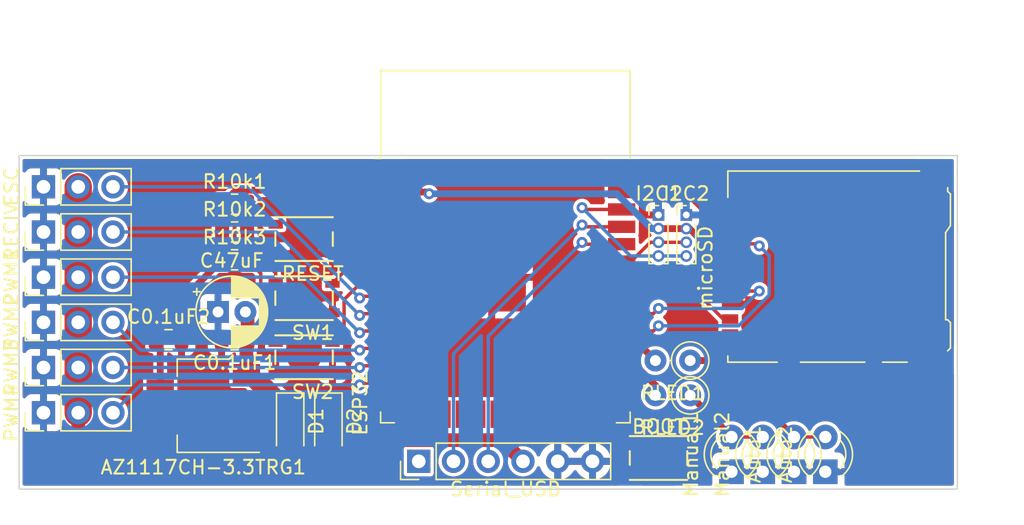
<source format=kicad_pcb>
(kicad_pcb (version 20211014) (generator pcbnew)
  (layers (0 "F.Cu" signal) (31 "B.Cu" signal) (34 "B.Paste" user) (35 "F.Paste" user) (36 "B.SilkS" user "B.Silkscreen") (37 "F.SilkS" user "F.Silkscreen") (38 "B.Mask" user) (39 "F.Mask" user) (44 "Edge.Cuts" user))
  (net 0 "")
  (net 1 "GND")
  (net 2 "Net-(AZ1117CH-3.3TRG1-Pad3)")
  (net 3 "+5V")
  (net 4 "VBUS")
  (net 5 "ESC")
  (net 6 "PWM1")
  (net 7 "PWM2")
  (net 8 "PWM3")
  (net 9 "PWM4")
  (net 10 "+3V3")
  (net 11 "Net-(Manual1-Pad2)")
  (net 12 "RECIV")
  (net 13 "EN")
  (net 14 "SENSOR_VP")
  (net 15 "SENSOR_VN")
  (net 16 "SW1")
  (net 17 "SW2")
  (net 18 "IO12")
  (net 19 "IO13")
  (net 20 "IO15")
  (net 21 "IO2")
  (net 22 "BOOT")
  (net 23 "IO4")
  (net 24 "CS")
  (net 25 "MISO")
  (net 26 "SDA")
  (net 27 "RXD0")
  (net 28 "TXD0")
  (net 29 "SCL")
  (net 30 "MOSI")
  (net 31 "Net-(R10k1-Pad2)")
  (net 32 "Net-(R10k2-Pad2)")
  (net 34 "Net-(Auto1-Pad2)")
  (net 35 "Net-(R10k3-Pad2)")
  (net 40 "LED_AUTO")
  (net 41 "SCK")
  (net 49 "LED_MANUAL")
  (footprint "Connector_PinHeader_2.54mm:PinHeader_1x06_P2.54mm_Vertical" (layer "F.Cu") (at 131.064 105.156 90)
    (fp_text reference "Serial_USB" (at -2.032 6.35 180) (layer "F.SilkS"))
    (fp_text value "Conn_01x06")
    (pad "1" thru_hole rect (at 0 0 90) (size 1.7 1.7) (drill 1) (layers *.Cu *.Mask))
    (pad "2" thru_hole oval (at 0 2.54 90) (size 1.7 1.7) (drill 1) (layers *.Cu *.Mask) (net 28 "TXD0"))
    (pad "3" thru_hole oval (at 0 5.08 90) (size 1.7 1.7) (drill 1) (layers *.Cu *.Mask) (net 27 "RXD0"))
    (pad "4" thru_hole oval (at 0 7.62 90) (size 1.7 1.7) (drill 1) (layers *.Cu *.Mask) (net 4 "VBUS"))
    (pad "5" thru_hole oval (at 0 10.16 90) (size 1.7 1.7) (drill 1) (layers *.Cu *.Mask) (net 1 "GND"))
    (pad "6" thru_hole oval (at 0 12.7 90) (size 1.7 1.7) (drill 1) (layers *.Cu *.Mask) (net 1 "GND"))
  )
  (footprint "Diode_SMD:D_SOD-123F" (layer "F.Cu") (at 121.666 102.362 -90)
    (fp_text reference "D1" (at -0.127 -1.905 90) (layer "F.SilkS"))
    (fp_text value "MBR1020VL")
    (pad "1" smd rect (at -1.4 0 270) (size 1.1 1.1) (layers "F.Cu" "F.Paste" "F.Mask") (net 2 "Net-(AZ1117CH-3.3TRG1-Pad3)"))
    (pad "2" smd rect (at 1.4 0 270) (size 1.1 1.1) (layers "F.Cu" "F.Paste" "F.Mask") (net 3 "+5V"))
  )
  (footprint "Resistor_SMD:R_0805_2012Metric" (layer "F.Cu") (at 117.602 90.424)
    (fp_text reference "R10k3" (at 0 -1.65) (layer "F.SilkS"))
    (fp_text value "R")
    (pad "1" smd roundrect (at -0.9125 0) (size 1.025 1.4) (layers "F.Cu" "F.Paste" "F.Mask") (roundrect_rratio 0.243902) (net 10 "+3V3"))
    (pad "2" smd roundrect (at 0.9125 0) (size 1.025 1.4) (layers "F.Cu" "F.Paste" "F.Mask") (roundrect_rratio 0.243902) (net 35 "Net-(R10k3-Pad2)"))
  )
  (footprint "RF_Module:ESP32-WROOM-32" (layer "F.Cu") (at 137.396 92.458)
    (fp_text reference "ESP32" (at -10.61 8.43 90) (layer "F.SilkS"))
    (fp_text value "ESP32-WROOM-32")
    (pad "1" smd rect (at -8.5 -8.255) (size 2 0.9) (layers "F.Cu" "F.Paste" "F.Mask") (net 1 "GND"))
    (pad "2" smd rect (at -8.5 -6.985) (size 2 0.9) (layers "F.Cu" "F.Paste" "F.Mask") (net 10 "+3V3"))
    (pad "3" smd rect (at -8.5 -5.715) (size 2 0.9) (layers "F.Cu" "F.Paste" "F.Mask") (net 13 "EN"))
    (pad "4" smd rect (at -8.5 -4.445) (size 2 0.9) (layers "F.Cu" "F.Paste" "F.Mask") (net 14 "SENSOR_VP"))
    (pad "5" smd rect (at -8.5 -3.175) (size 2 0.9) (layers "F.Cu" "F.Paste" "F.Mask") (net 15 "SENSOR_VN"))
    (pad "6" smd rect (at -8.5 -1.905) (size 2 0.9) (layers "F.Cu" "F.Paste" "F.Mask") (net 16 "SW1"))
    (pad "7" smd rect (at -8.5 -0.635) (size 2 0.9) (layers "F.Cu" "F.Paste" "F.Mask") (net 17 "SW2"))
    (pad "8" smd rect (at -8.5 0.635) (size 2 0.9) (layers "F.Cu" "F.Paste" "F.Mask") (net 5 "ESC"))
    (pad "9" smd rect (at -8.5 1.905) (size 2 0.9) (layers "F.Cu" "F.Paste" "F.Mask") (net 12 "RECIV"))
    (pad "10" smd rect (at -8.5 3.175) (size 2 0.9) (layers "F.Cu" "F.Paste" "F.Mask") (net 6 "PWM1"))
    (pad "11" smd rect (at -8.5 4.445) (size 2 0.9) (layers "F.Cu" "F.Paste" "F.Mask") (net 7 "PWM2"))
    (pad "12" smd rect (at -8.5 5.715) (size 2 0.9) (layers "F.Cu" "F.Paste" "F.Mask") (net 8 "PWM3"))
    (pad "13" smd rect (at -8.5 6.985) (size 2 0.9) (layers "F.Cu" "F.Paste" "F.Mask") (net 9 "PWM4"))
    (pad "14" smd rect (at -8.5 8.255) (size 2 0.9) (layers "F.Cu" "F.Paste" "F.Mask") (net 18 "IO12"))
    (pad "15" smd rect (at -5.715 9.255 90) (size 2 0.9) (layers "F.Cu" "F.Paste" "F.Mask") (net 1 "GND"))
    (pad "16" smd rect (at -4.445 9.255 90) (size 2 0.9) (layers "F.Cu" "F.Paste" "F.Mask") (net 19 "IO13"))
    (pad "17" smd rect (at -3.175 9.255 90) (size 2 0.9) (layers "F.Cu" "F.Paste" "F.Mask"))
    (pad "18" smd rect (at -1.905 9.255 90) (size 2 0.9) (layers "F.Cu" "F.Paste" "F.Mask"))
    (pad "19" smd rect (at -0.635 9.255 90) (size 2 0.9) (layers "F.Cu" "F.Paste" "F.Mask"))
    (pad "20" smd rect (at 0.635 9.255 90) (size 2 0.9) (layers "F.Cu" "F.Paste" "F.Mask"))
    (pad "21" smd rect (at 1.905 9.255 90) (size 2 0.9) (layers "F.Cu" "F.Paste" "F.Mask"))
    (pad "22" smd rect (at 3.175 9.255 90) (size 2 0.9) (layers "F.Cu" "F.Paste" "F.Mask"))
    (pad "23" smd rect (at 4.445 9.255 90) (size 2 0.9) (layers "F.Cu" "F.Paste" "F.Mask") (net 20 "IO15"))
    (pad "24" smd rect (at 5.715 9.255 90) (size 2 0.9) (layers "F.Cu" "F.Paste" "F.Mask") (net 21 "IO2"))
    (pad "25" smd rect (at 8.5 8.255) (size 2 0.9) (layers "F.Cu" "F.Paste" "F.Mask") (net 22 "BOOT"))
    (pad "26" smd rect (at 8.5 6.985) (size 2 0.9) (layers "F.Cu" "F.Paste" "F.Mask") (net 23 "IO4"))
    (pad "27" smd rect (at 8.5 5.715) (size 2 0.9) (layers "F.Cu" "F.Paste" "F.Mask") (net 49 "LED_MANUAL"))
    (pad "28" smd rect (at 8.5 4.445) (size 2 0.9) (layers "F.Cu" "F.Paste" "F.Mask") (net 40 "LED_AUTO"))
    (pad "29" smd rect (at 8.5 3.175) (size 2 0.9) (layers "F.Cu" "F.Paste" "F.Mask") (net 24 "CS"))
    (pad "30" smd rect (at 8.5 1.905) (size 2 0.9) (layers "F.Cu" "F.Paste" "F.Mask") (net 41 "SCK"))
    (pad "31" smd rect (at 8.5 0.635) (size 2 0.9) (layers "F.Cu" "F.Paste" "F.Mask") (net 25 "MISO"))
    (pad "32" smd rect (at 8.5 -0.635) (size 2 0.9) (layers "F.Cu" "F.Paste" "F.Mask"))
    (pad "33" smd rect (at 8.5 -1.905) (size 2 0.9) (layers "F.Cu" "F.Paste" "F.Mask") (net 26 "SDA"))
    (pad "34" smd rect (at 8.5 -3.175) (size 2 0.9) (layers "F.Cu" "F.Paste" "F.Mask") (net 27 "RXD0"))
    (pad "35" smd rect (at 8.5 -4.445) (size 2 0.9) (layers "F.Cu" "F.Paste" "F.Mask") (net 28 "TXD0"))
    (pad "36" smd rect (at 8.5 -5.715) (size 2 0.9) (layers "F.Cu" "F.Paste" "F.Mask") (net 29 "SCL"))
    (pad "37" smd rect (at 8.5 -6.985) (size 2 0.9) (layers "F.Cu" "F.Paste" "F.Mask") (net 30 "MOSI"))
    (pad "38" smd rect (at 8.5 -8.255) (size 2 0.9) (layers "F.Cu" "F.Paste" "F.Mask") (net 1 "GND"))
    (pad "39" smd rect (at -1 -0.755) (size 5 5) (layers "F.Cu" "F.Paste" "F.Mask") (net 1 "GND"))
    (zone (net 0) (net_name "") (layers *.Cu) (connect_pads (clearance 0)) (min_thickness 0.254)
      (keepout (tracks not_allowed) (vias not_allowed) (pads not_allowed) (copperpour not_allowed) (footprints not_allowed))
      (fill (thermal_gap 0.508) (thermal_bridge_width 0.508))
      (polygon (pts (xy 123.396 82.488) (xy 151.396 82.488) (xy 151.396 71.708) (xy 123.396 71.708)))
    )
  )
  (footprint "Connector_PinHeader_1.00mm:PinHeader_1x04_P1.00mm_Vertical" (layer "F.Cu") (at 150.622 87.146)
    (fp_text reference "I2C2" (at 0 -1.56) (layer "F.SilkS"))
    (fp_text value "Conn_01x04")
    (pad "1" thru_hole rect (at 0 0) (size 0.85 0.85) (drill 0.5) (layers *.Cu *.Mask) (net 1 "GND"))
    (pad "2" thru_hole oval (at 0 1) (size 0.85 0.85) (drill 0.5) (layers *.Cu *.Mask) (net 10 "+3V3"))
    (pad "3" thru_hole oval (at 0 2) (size 0.85 0.85) (drill 0.5) (layers *.Cu *.Mask) (net 26 "SDA"))
    (pad "4" thru_hole oval (at 0 3) (size 0.85 0.85) (drill 0.5) (layers *.Cu *.Mask) (net 29 "SCL"))
  )
  (footprint "Button_Switch_SMD:SKRPACE010" (layer "F.Cu") (at 122.682 97.536 180)
    (fp_text reference "SW2" (at -0.635 -2.54) (layer "F.SilkS"))
    (fp_text value "SW_DIP_x01")
    (pad "1" smd rect locked (at -2.075 -1.075 180) (size 1.05 0.65) (layers "F.Cu" "F.Paste" "F.Mask") (net 1 "GND"))
    (pad "2" smd rect locked (at 2.075 -1.075 180) (size 1.05 0.65) (layers "F.Cu" "F.Paste" "F.Mask") (net 1 "GND"))
    (pad "3" smd rect locked (at -2.075 1.075 180) (size 1.05 0.65) (layers "F.Cu" "F.Paste" "F.Mask") (net 17 "SW2"))
    (pad "4" smd rect locked (at 2.075 1.075 180) (size 1.05 0.65) (layers "F.Cu" "F.Paste" "F.Mask") (net 35 "Net-(R10k3-Pad2)"))
  )
  (footprint "Connector_Card:microSD_HC_Hirose_DM3AT-SF-PEJM5" (layer "F.Cu") (at 161.544 90.932 90)
    (fp_text reference "microSD" (at -0.075 -9.525 90) (layer "F.SilkS"))
    (fp_text value "Micro_SD_Card_Det_Hirose_DM3AT")
    (pad "1" smd rect (at 2.775 -7.725 90) (size 0.7 1.2) (layers "F.Cu" "F.Paste" "F.Mask"))
    (pad "2" smd rect (at 1.675 -7.725 90) (size 0.7 1.2) (layers "F.Cu" "F.Paste" "F.Mask") (net 24 "CS"))
    (pad "3" smd rect (at 0.575 -7.725 90) (size 0.7 1.2) (layers "F.Cu" "F.Paste" "F.Mask") (net 30 "MOSI"))
    (pad "4" smd rect (at -0.525 -7.725 90) (size 0.7 1.2) (layers "F.Cu" "F.Paste" "F.Mask") (net 10 "+3V3"))
    (pad "5" smd rect (at -1.625 -7.725 90) (size 0.7 1.2) (layers "F.Cu" "F.Paste" "F.Mask") (net 41 "SCK"))
    (pad "6" smd rect (at -2.725 -7.725 90) (size 0.7 1.2) (layers "F.Cu" "F.Paste" "F.Mask") (net 1 "GND"))
    (pad "7" smd rect (at -3.825 -7.725 90) (size 0.7 1.2) (layers "F.Cu" "F.Paste" "F.Mask") (net 25 "MISO"))
    (pad "8" smd rect (at -4.925 -7.725 90) (size 0.7 1.2) (layers "F.Cu" "F.Paste" "F.Mask"))
    (pad "9" smd rect (at -5.875 -7.725 90) (size 0.7 1.2) (layers "F.Cu" "F.Paste" "F.Mask"))
    (pad "10" smd rect (at -6.825 2.775 90) (size 1 0.8) (layers "F.Cu" "F.Paste" "F.Mask"))
    (pad "11" smd rect (at -6.825 6.925 90) (size 1 2.8) (layers "F.Cu" "F.Paste" "F.Mask") (net 1 "GND"))
    (pad "11" smd rect (at 6.675 7.375 90) (size 1.3 1.9) (layers "F.Cu" "F.Paste" "F.Mask") (net 1 "GND"))
    (pad "11" smd rect (at 4.325 -7.725 90) (size 1 1.2) (layers "F.Cu" "F.Paste" "F.Mask") (net 1 "GND"))
    (pad "11" smd rect (at -6.825 -3.425 90) (size 1 1.2) (layers "F.Cu" "F.Paste" "F.Mask") (net 1 "GND"))
    (zone (net 0) (net_name "") (layer "F.Cu") (connect_pads (clearance 0)) (min_thickness 0.254)
      (keepout (tracks not_allowed) (vias not_allowed) (pads not_allowed) (copperpour not_allowed) (footprints not_allowed))
      (fill (thermal_gap 0.508) (thermal_bridge_width 0.508))
      (polygon (pts (xy 168.519 88.007) (xy 168.519 85.457) (xy 169.869 85.457) (xy 169.869 88.007)))
    )
    (zone (net 0) (net_name "") (layer "F.Cu") (connect_pads (clearance 0)) (min_thickness 0.254)
      (keepout (tracks not_allowed) (vias not_allowed) (pads not_allowed) (copperpour not_allowed) (footprints not_allowed))
      (fill (thermal_gap 0.508) (thermal_bridge_width 0.508))
      (polygon (pts (xy 157.519 97.407) (xy 157.519 98.157) (xy 154.269 98.157) (xy 154.269 97.407)))
    )
    (zone (net 0) (net_name "") (layer "F.Cu") (connect_pads (clearance 0)) (min_thickness 0.254)
      (keepout (tracks not_allowed) (vias not_allowed) (pads not_allowed) (copperpour not_allowed) (footprints not_allowed))
      (fill (thermal_gap 0.508) (thermal_bridge_width 0.508))
      (polygon (pts (xy 162.319 97.407) (xy 162.319 98.157) (xy 158.719 98.157) (xy 158.719 97.407)))
    )
    (zone (net 0) (net_name "") (layer "F.Cu") (connect_pads (clearance 0)) (min_thickness 0.254)
      (keepout (tracks not_allowed) (vias not_allowed) (pads not_allowed) (copperpour not_allowed) (footprints not_allowed))
      (fill (thermal_gap 0.508) (thermal_bridge_width 0.508))
      (polygon (pts (xy 160.419 87.657) (xy 160.419 96.357) (xy 158.819 96.357) (xy 158.819 87.657)))
    )
    (zone (net 0) (net_name "") (layer "F.Cu") (connect_pads (clearance 0)) (min_thickness 0.254)
      (keepout (tracks not_allowed) (vias not_allowed) (pads not_allowed) (copperpour not_allowed) (footprints not_allowed))
      (fill (thermal_gap 0.508) (thermal_bridge_width 0.508))
      (polygon (pts (xy 160.119 97.057) (xy 160.119 96.357) (xy 167.719 96.357) (xy 167.719 97.057)))
    )
  )
  (footprint "Connector_PinHeader_2.54mm:PinHeader_1x03_P2.54mm_Vertical" (layer "F.Cu") (at 103.632 88.392 90)
    (fp_text reference "RECIV" (at 0 -2.33 90) (layer "F.SilkS"))
    (fp_text value "Conn_01x03")
    (pad "1" thru_hole rect (at 0 0 90) (size 1.7 1.7) (drill 1) (layers *.Cu *.Mask) (net 1 "GND"))
    (pad "2" thru_hole oval (at 0 2.54 90) (size 1.7 1.7) (drill 1) (layers *.Cu *.Mask) (net 3 "+5V"))
    (pad "3" thru_hole oval (at 0 5.08 90) (size 1.7 1.7) (drill 1) (layers *.Cu *.Mask) (net 12 "RECIV"))
  )
  (footprint "Connector_PinHeader_2.54mm:PinHeader_1x03_P2.54mm_Vertical" (layer "F.Cu") (at 103.632 91.694 90)
    (fp_text reference "PWM1" (at 0 -2.33 90) (layer "F.SilkS"))
    (fp_text value "Conn_01x03")
    (pad "1" thru_hole rect (at 0 0 90) (size 1.7 1.7) (drill 1) (layers *.Cu *.Mask) (net 1 "GND"))
    (pad "2" thru_hole oval (at 0 2.54 90) (size 1.7 1.7) (drill 1) (layers *.Cu *.Mask) (net 3 "+5V"))
    (pad "3" thru_hole oval (at 0 5.08 90) (size 1.7 1.7) (drill 1) (layers *.Cu *.Mask) (net 6 "PWM1"))
  )
  (footprint "Diode_SMD:D_SOD-123F" (layer "F.Cu") (at 124.46 102.362 -90)
    (fp_text reference "D2" (at -0.127 -1.905 90) (layer "F.SilkS"))
    (fp_text value "MBR1020VL")
    (pad "1" smd rect (at -1.4 0 270) (size 1.1 1.1) (layers "F.Cu" "F.Paste" "F.Mask") (net 2 "Net-(AZ1117CH-3.3TRG1-Pad3)"))
    (pad "2" smd rect (at 1.4 0 270) (size 1.1 1.1) (layers "F.Cu" "F.Paste" "F.Mask") (net 4 "VBUS"))
  )
  (footprint "Capacitor_SMD:C_0805_2012Metric" (layer "F.Cu") (at 117.602 96.266 180)
    (fp_text reference "C0.1uF1" (at 0 -1.68) (layer "F.SilkS"))
    (fp_text value "C")
    (pad "1" smd roundrect (at -0.95 0 180) (size 1 1.45) (layers "F.Cu" "F.Paste" "F.Mask") (net 2 "Net-(AZ1117CH-3.3TRG1-Pad3)"))
    (pad "2" smd roundrect (at 0.95 0 180) (size 1 1.45) (layers "F.Cu" "F.Paste" "F.Mask") (net 1 "GND"))
  )
  (footprint "Resistor_THT:R_Axial_DIN0207_L6.3mm_D2.5mm_P2.54mm_Vertical" (layer "F.Cu") (at 150.905 100.33 180)
    (fp_text reference "RLED2" (at 1.27 -2.37) (layer "F.SilkS"))
    (fp_text value "R")
    (pad "1" thru_hole circle (at 0 0 180) (size 1.6 1.6) (drill 0.8) (layers *.Cu *.Mask) (net 11 "Net-(Manual1-Pad2)"))
    (pad "2" thru_hole oval (at 2.54 0 180) (size 1.6 1.6) (drill 0.8) (layers *.Cu *.Mask) (net 49 "LED_MANUAL"))
  )
  (footprint "Resistor_SMD:R_0805_2012Metric" (layer "F.Cu") (at 117.602 88.392)
    (fp_text reference "R10k2" (at 0 -1.65) (layer "F.SilkS"))
    (fp_text value "R")
    (pad "1" smd roundrect (at -0.9125 0) (size 1.025 1.4) (layers "F.Cu" "F.Paste" "F.Mask") (roundrect_rratio 0.243902) (net 10 "+3V3"))
    (pad "2" smd roundrect (at 0.9125 0) (size 1.025 1.4) (layers "F.Cu" "F.Paste" "F.Mask") (roundrect_rratio 0.243902) (net 32 "Net-(R10k2-Pad2)"))
  )
  (footprint "Button_Switch_SMD:SKRPACE010" (layer "F.Cu") (at 122.682 88.9 180)
    (fp_text reference "RESET" (at -0.635 -2.54) (layer "F.SilkS"))
    (fp_text value "SW_DIP_x01")
    (pad "1" smd rect locked (at -2.075 -1.075 180) (size 1.05 0.65) (layers "F.Cu" "F.Paste" "F.Mask") (net 1 "GND"))
    (pad "2" smd rect locked (at 2.075 -1.075 180) (size 1.05 0.65) (layers "F.Cu" "F.Paste" "F.Mask") (net 1 "GND"))
    (pad "3" smd rect locked (at -2.075 1.075 180) (size 1.05 0.65) (layers "F.Cu" "F.Paste" "F.Mask") (net 13 "EN"))
    (pad "4" smd rect locked (at 2.075 1.075 180) (size 1.05 0.65) (layers "F.Cu" "F.Paste" "F.Mask") (net 31 "Net-(R10k1-Pad2)"))
  )
  (footprint "Connector_PinHeader_2.54mm:PinHeader_1x03_P2.54mm_Vertical" (layer "F.Cu") (at 103.632 94.996 90)
    (fp_text reference "PWM2" (at 0 -2.33 90) (layer "F.SilkS"))
    (fp_text value "Conn_01x03")
    (pad "1" thru_hole rect (at 0 0 90) (size 1.7 1.7) (drill 1) (layers *.Cu *.Mask) (net 1 "GND"))
    (pad "2" thru_hole oval (at 0 2.54 90) (size 1.7 1.7) (drill 1) (layers *.Cu *.Mask) (net 3 "+5V"))
    (pad "3" thru_hole oval (at 0 5.08 90) (size 1.7 1.7) (drill 1) (layers *.Cu *.Mask) (net 7 "PWM2"))
  )
  (footprint "Connector_PinHeader_1.00mm:PinHeader_1x04_P1.00mm_Vertical" (layer "F.Cu") (at 148.59 87.146)
    (fp_text reference "I2C1" (at 0 -1.56) (layer "F.SilkS"))
    (fp_text value "Conn_01x04")
    (pad "1" thru_hole rect (at 0 0) (size 0.85 0.85) (drill 0.5) (layers *.Cu *.Mask) (net 1 "GND"))
    (pad "2" thru_hole oval (at 0 1) (size 0.85 0.85) (drill 0.5) (layers *.Cu *.Mask) (net 10 "+3V3"))
    (pad "3" thru_hole oval (at 0 2) (size 0.85 0.85) (drill 0.5) (layers *.Cu *.Mask) (net 26 "SDA"))
    (pad "4" thru_hole oval (at 0 3) (size 0.85 0.85) (drill 0.5) (layers *.Cu *.Mask) (net 29 "SCL"))
  )
  (footprint "LED_THT:LED_D3.0mm" (layer "F.Cu") (at 156.21 105.918 90)
    (fp_text reference "Manual2" (at 1.27 -2.96 90) (layer "F.SilkS"))
    (fp_text value "LED")
    (pad "1" thru_hole rect (at 0 0 90) (size 1.8 1.8) (drill 0.9) (layers *.Cu *.Mask) (net 1 "GND"))
    (pad "2" thru_hole circle (at 2.54 0 90) (size 1.8 1.8) (drill 0.9) (layers *.Cu *.Mask) (net 11 "Net-(Manual1-Pad2)"))
  )
  (footprint "Connector_PinHeader_2.54mm:PinHeader_1x03_P2.54mm_Vertical" (layer "F.Cu") (at 103.632 98.298 90)
    (fp_text reference "PWM3" (at 0 -2.33 90) (layer "F.SilkS"))
    (fp_text value "Conn_01x03")
    (pad "1" thru_hole rect (at 0 0 90) (size 1.7 1.7) (drill 1) (layers *.Cu *.Mask) (net 1 "GND"))
    (pad "2" thru_hole oval (at 0 2.54 90) (size 1.7 1.7) (drill 1) (layers *.Cu *.Mask) (net 3 "+5V"))
    (pad "3" thru_hole oval (at 0 5.08 90) (size 1.7 1.7) (drill 1) (layers *.Cu *.Mask) (net 8 "PWM3"))
  )
  (footprint "Connector_PinHeader_2.54mm:PinHeader_1x03_P2.54mm_Vertical" (layer "F.Cu") (at 103.632 101.6 90)
    (fp_text reference "PWM4" (at 0 -2.33 90) (layer "F.SilkS"))
    (fp_text value "Conn_01x03")
    (pad "1" thru_hole rect (at 0 0 90) (size 1.7 1.7) (drill 1) (layers *.Cu *.Mask) (net 1 "GND"))
    (pad "2" thru_hole oval (at 0 2.54 90) (size 1.7 1.7) (drill 1) (layers *.Cu *.Mask) (net 3 "+5V"))
    (pad "3" thru_hole oval (at 0 5.08 90) (size 1.7 1.7) (drill 1) (layers *.Cu *.Mask) (net 9 "PWM4"))
  )
  (footprint "Capacitor_THT:CP_Radial_D5.0mm_P2.00mm" (layer "F.Cu") (at 116.392888 94.234)
    (fp_text reference "C47uF" (at 1 -3.75) (layer "F.SilkS"))
    (fp_text value "C")
    (pad "1" thru_hole rect (at 0 0) (size 1.6 1.6) (drill 0.8) (layers *.Cu *.Mask) (net 1 "GND"))
    (pad "2" thru_hole circle (at 2 0) (size 1.6 1.6) (drill 0.8) (layers *.Cu *.Mask) (net 2 "Net-(AZ1117CH-3.3TRG1-Pad3)"))
  )
  (footprint "Connector_PinHeader_2.54mm:PinHeader_1x03_P2.54mm_Vertical" (layer "F.Cu") (at 103.632 85.09 90)
    (fp_text reference "ESC" (at 0 -2.33 90) (layer "F.SilkS"))
    (fp_text value "Conn_01x03")
    (pad "1" thru_hole rect (at 0 0 90) (size 1.7 1.7) (drill 1) (layers *.Cu *.Mask) (net 1 "GND"))
    (pad "2" thru_hole oval (at 0 2.54 90) (size 1.7 1.7) (drill 1) (layers *.Cu *.Mask) (net 3 "+5V"))
    (pad "3" thru_hole oval (at 0 5.08 90) (size 1.7 1.7) (drill 1) (layers *.Cu *.Mask) (net 5 "ESC"))
  )
  (footprint "Package_TO_SOT_SMD:SOT-223-3_TabPin2" (layer "F.Cu") (at 115.316 101.092 180)
    (fp_text reference "AZ1117CH-3.3TRG1" (at 0 -4.5) (layer "F.SilkS"))
    (fp_text value "LM317_SOT-223")
    (pad "1" smd rect (at -3.15 -2.3 180) (size 2 1.5) (layers "F.Cu" "F.Paste" "F.Mask") (net 1 "GND"))
    (pad "2" smd rect (at -3.15 0 180) (size 2 1.5) (layers "F.Cu" "F.Paste" "F.Mask") (net 10 "+3V3"))
    (pad "2" smd rect (at 3.15 0 180) (size 2 3.8) (layers "F.Cu" "F.Paste" "F.Mask") (net 10 "+3V3"))
    (pad "3" smd rect (at -3.15 2.3 180) (size 2 1.5) (layers "F.Cu" "F.Paste" "F.Mask") (net 2 "Net-(AZ1117CH-3.3TRG1-Pad3)"))
  )
  (footprint "LED_THT:LED_D3.0mm" (layer "F.Cu") (at 153.924 105.918 90)
    (fp_text reference "Manual1" (at 1.27 -2.96 90) (layer "F.SilkS"))
    (fp_text value "LED")
    (pad "1" thru_hole rect (at 0 0 90) (size 1.8 1.8) (drill 0.9) (layers *.Cu *.Mask) (net 1 "GND"))
    (pad "2" thru_hole circle (at 2.54 0 90) (size 1.8 1.8) (drill 0.9) (layers *.Cu *.Mask) (net 11 "Net-(Manual1-Pad2)"))
  )
  (footprint "Capacitor_SMD:C_0805_2012Metric" (layer "F.Cu") (at 112.776 96.266)
    (fp_text reference "C0.1uF2" (at 0 -1.68) (layer "F.SilkS"))
    (fp_text value "C")
    (pad "1" smd roundrect (at -0.95 0) (size 1 1.45) (layers "F.Cu" "F.Paste" "F.Mask") (net 10 "+3V3"))
    (pad "2" smd roundrect (at 0.95 0) (size 1 1.45) (layers "F.Cu" "F.Paste" "F.Mask") (net 1 "GND"))
  )
  (footprint "Resistor_SMD:R_0805_2012Metric" (layer "F.Cu") (at 117.602 86.36)
    (fp_text reference "R10k1" (at 0 -1.65) (layer "F.SilkS"))
    (fp_text value "R")
    (pad "1" smd roundrect (at -0.9125 0) (size 1.025 1.4) (layers "F.Cu" "F.Paste" "F.Mask") (roundrect_rratio 0.243902) (net 10 "+3V3"))
    (pad "2" smd roundrect (at 0.9125 0) (size 1.025 1.4) (layers "F.Cu" "F.Paste" "F.Mask") (roundrect_rratio 0.243902) (net 31 "Net-(R10k1-Pad2)"))
  )
  (footprint "LED_THT:LED_D3.0mm" (layer "F.Cu") (at 160.782 105.918 90)
    (fp_text reference "Auto2" (at 1.27 -2.96 90) (layer "F.SilkS"))
    (fp_text value "LED")
    (pad "1" thru_hole rect (at 0 0 90) (size 1.8 1.8) (drill 0.9) (layers *.Cu *.Mask) (net 1 "GND"))
    (pad "2" thru_hole circle (at 2.54 0 90) (size 1.8 1.8) (drill 0.9) (layers *.Cu *.Mask) (net 34 "Net-(Auto1-Pad2)"))
  )
  (footprint "Resistor_THT:R_Axial_DIN0207_L6.3mm_D2.5mm_P2.54mm_Vertical" (layer "F.Cu") (at 150.905 97.79 180)
    (fp_text reference "RLED1" (at 1.27 -2.37) (layer "F.SilkS"))
    (fp_text value "R")
    (pad "1" thru_hole circle (at 0 0 180) (size 1.6 1.6) (drill 0.8) (layers *.Cu *.Mask) (net 34 "Net-(Auto1-Pad2)"))
    (pad "2" thru_hole oval (at 2.54 0 180) (size 1.6 1.6) (drill 0.8) (layers *.Cu *.Mask) (net 40 "LED_AUTO"))
  )
  (footprint "LED_THT:LED_D3.0mm" (layer "F.Cu") (at 158.496 105.918 90)
    (fp_text reference "Auto1" (at 1.27 -2.96 90) (layer "F.SilkS"))
    (fp_text value "LED")
    (pad "1" thru_hole rect (at 0 0 90) (size 1.8 1.8) (drill 0.9) (layers *.Cu *.Mask) (net 1 "GND"))
    (pad "2" thru_hole circle (at 2.54 0 90) (size 1.8 1.8) (drill 0.9) (layers *.Cu *.Mask) (net 34 "Net-(Auto1-Pad2)"))
  )
  (footprint "Button_Switch_SMD:SKRPACE010" (layer "F.Cu") (at 148.59 104.902 180)
    (fp_text reference "BOOT" (at 0 2.286) (layer "F.SilkS"))
    (fp_text value "SW_DIP_x01")
    (pad "1" smd rect locked (at -2.075 -1.075 180) (size 1.05 0.65) (layers "F.Cu" "F.Paste" "F.Mask") (net 1 "GND"))
    (pad "2" smd rect locked (at 2.075 -1.075 180) (size 1.05 0.65) (layers "F.Cu" "F.Paste" "F.Mask") (net 1 "GND"))
    (pad "3" smd rect locked (at -2.075 1.075 180) (size 1.05 0.65) (layers "F.Cu" "F.Paste" "F.Mask") (net 22 "BOOT"))
    (pad "4" smd rect locked (at 2.075 1.075 180) (size 1.05 0.65) (layers "F.Cu" "F.Paste" "F.Mask") (net 22 "BOOT"))
  )
  (footprint "Button_Switch_SMD:SKRPACE010" (layer "F.Cu") (at 122.682 93.218 180)
    (fp_text reference "SW1" (at -0.635 -2.54) (layer "F.SilkS"))
    (fp_text value "SW_DIP_x01")
    (pad "1" smd rect locked (at -2.075 -1.075 180) (size 1.05 0.65) (layers "F.Cu" "F.Paste" "F.Mask") (net 1 "GND"))
    (pad "2" smd rect locked (at 2.075 -1.075 180) (size 1.05 0.65) (layers "F.Cu" "F.Paste" "F.Mask") (net 1 "GND"))
    (pad "3" smd rect locked (at -2.075 1.075 180) (size 1.05 0.65) (layers "F.Cu" "F.Paste" "F.Mask") (net 16 "SW1"))
    (pad "4" smd rect locked (at 2.075 1.075 180) (size 1.05 0.65) (layers "F.Cu" "F.Paste" "F.Mask") (net 32 "Net-(R10k2-Pad2)"))
  )
  (gr_rect (start 101.854 82.804) (end 170.434 107.188) (layer "Edge.Cuts") (width 0.1) (fill none))
  (segment (start 118.466 98.792) (end 118.466 96.352) (width 1) (layer "F.Cu") (net 2))
  (segment (start 124.46 100.962) (end 121.666 100.962) (width 1) (layer "F.Cu") (net 2))
  (segment (start 118.552 94.393112) (end 118.392888 94.234) (width 1) (layer "F.Cu") (net 2))
  (segment (start 121.666 100.962) (end 121.282 100.962) (width 1) (layer "F.Cu") (net 2))
  (segment (start 118.466 96.352) (end 118.552 96.266) (width 1) (layer "F.Cu") (net 2))
  (segment (start 119.309511 99.635511) (end 118.466 98.792) (width 1) (layer "F.Cu") (net 2))
  (segment (start 118.552 96.266) (end 118.552 94.393112) (width 1) (layer "F.Cu") (net 2))
  (segment (start 119.955511 99.635511) (end 119.309511 99.635511) (width 1) (layer "F.Cu") (net 2))
  (segment (start 121.282 100.962) (end 119.955511 99.635511) (width 1) (layer "F.Cu") (net 2))
  (segment (start 106.172 104.125) (end 107.203 105.156) (width 1) (layer "F.Cu") (net 3))
  (segment (start 106.172 85.09) (end 106.172 101.6) (width 2) (layer "F.Cu") (net 3))
  (segment (start 120.272 105.156) (end 121.666 103.762) (width 1) (layer "F.Cu") (net 3))
  (segment (start 107.203 105.156) (end 120.272 105.156) (width 1) (layer "F.Cu") (net 3))
  (segment (start 106.172 101.6) (end 106.172 104.125) (width 1) (layer "F.Cu") (net 3))
  (segment (start 137.134489 103.606489) (end 124.615511 103.606489) (width 1) (layer "F.Cu") (net 4))
  (segment (start 124.615511 103.606489) (end 124.46 103.762) (width 1) (layer "F.Cu") (net 4))
  (segment (start 138.684 105.156) (end 137.134489 103.606489) (width 1) (layer "F.Cu") (net 4))
  (segment (start 126.871 93.093) (end 126.746 93.218) (width 0.25) (layer "F.Cu") (net 5))
  (segment (start 128.896 93.093) (end 126.871 93.093) (width 0.25) (layer "F.Cu") (net 5))
  (via (at 126.746 93.218) (size 0.8) (drill 0.4) (layers "F.Cu" "B.Cu") (net 5))
  (segment (start 118.618 85.09) (end 108.712 85.09) (width 0.25) (layer "B.Cu") (net 5))
  (segment (start 126.746 93.218) (end 118.618 85.09) (width 0.25) (layer "B.Cu") (net 5))
  (segment (start 126.871 95.633) (end 126.746 95.758) (width 0.25) (layer "F.Cu") (net 6))
  (segment (start 128.896 95.633) (end 126.871 95.633) (width 0.25) (layer "F.Cu") (net 6))
  (via (at 126.746 95.758) (size 0.8) (drill 0.4) (layers "F.Cu" "B.Cu") (net 6))
  (segment (start 122.682 91.694) (end 108.712 91.694) (width 0.25) (layer "B.Cu") (net 6))
  (segment (start 126.746 95.758) (end 122.682 91.694) (width 0.25) (layer "B.Cu") (net 6))
  (segment (start 126.871 96.903) (end 126.746 97.028) (width 0.25) (layer "F.Cu") (net 7))
  (segment (start 128.896 96.903) (end 126.871 96.903) (width 0.25) (layer "F.Cu") (net 7))
  (via (at 126.746 97.028) (size 0.8) (drill 0.4) (layers "F.Cu" "B.Cu") (net 7))
  (segment (start 110.744 97.028) (end 108.712 94.996) (width 0.25) (layer "B.Cu") (net 7))
  (segment (start 126.746 97.028) (end 110.744 97.028) (width 0.25) (layer "B.Cu") (net 7))
  (segment (start 128.896 98.173) (end 126.871 98.173) (width 0.25) (layer "F.Cu") (net 8))
  (segment (start 126.871 98.173) (end 126.746 98.298) (width 0.25) (layer "F.Cu") (net 8))
  (via (at 126.746 98.298) (size 0.8) (drill 0.4) (layers "F.Cu" "B.Cu") (net 8))
  (segment (start 126.746 98.298) (end 108.712 98.298) (width 0.25) (layer "B.Cu") (net 8))
  (segment (start 126.871 99.443) (end 126.746 99.568) (width 0.25) (layer "F.Cu") (net 9))
  (segment (start 128.896 99.443) (end 126.871 99.443) (width 0.25) (layer "F.Cu") (net 9))
  (via (at 126.746 99.568) (size 0.8) (drill 0.4) (layers "F.Cu" "B.Cu") (net 9))
  (segment (start 126.746 99.568) (end 110.744 99.568) (width 0.25) (layer "B.Cu") (net 9))
  (segment (start 110.744 99.568) (end 108.712 101.6) (width 0.25) (layer "B.Cu") (net 9))
  (segment (start 131.701 85.598) (end 131.826 85.598) (width 0.25) (layer "F.Cu") (net 10))
  (segment (start 112.166 96.606) (end 111.826 96.266) (width 0.5) (layer "F.Cu") (net 10))
  (segment (start 111.826 96.266) (end 111.826 95.2875) (width 0.5) (layer "F.Cu") (net 10))
  (segment (start 128.896 85.473) (end 131.576 85.473) (width 0.5) (layer "F.Cu") (net 10))
  (segment (start 152.969 91.457) (end 151.638 90.126) (width 0.5) (layer "F.Cu") (net 10))
  (segment (start 150.858746 88.146) (end 150.68197 88.146) (width 0.5) (layer "F.Cu") (net 10))
  (segment (start 151.638 90.126) (end 151.638 88.925254) (width 0.5) (layer "F.Cu") (net 10))
  (segment (start 153.819 91.457) (end 152.969 91.457) (width 0.5) (layer "F.Cu") (net 10))
  (segment (start 128.75848 85.33548) (end 128.896 85.473) (width 0.25) (layer "F.Cu") (net 10))
  (segment (start 131.576 85.473) (end 131.701 85.598) (width 0.5) (layer "F.Cu") (net 10))
  (segment (start 116.6895 86.36) (end 117.71402 85.33548) (width 0.5) (layer "F.Cu") (net 10))
  (segment (start 116.6895 90.424) (end 116.6895 86.36) (width 0.5) (layer "F.Cu") (net 10))
  (segment (start 117.71402 85.33548) (end 128.75848 85.33548) (width 0.5) (layer "F.Cu") (net 10))
  (segment (start 150.68197 88.146) (end 150.622 88.146) (width 0.25) (layer "F.Cu") (net 10))
  (segment (start 150.622 88.146) (end 148.59 88.146) (width 0.5) (layer "F.Cu") (net 10))
  (segment (start 112.166 101.092) (end 112.166 96.606) (width 0.5) (layer "F.Cu") (net 10))
  (segment (start 151.638 88.925254) (end 150.858746 88.146) (width 0.5) (layer "F.Cu") (net 10))
  (segment (start 111.826 95.2875) (end 116.6895 90.424) (width 0.5) (layer "F.Cu") (net 10))
  (via (at 131.826 85.598) (size 0.8) (drill 0.4) (layers "F.Cu" "B.Cu") (net 10))
  (segment (start 148.336 88.146) (end 148.09 88.146) (width 0.5) (layer "B.Cu") (net 10))
  (segment (start 148.336 88.146) (end 148.59 88.146) (width 0.5) (layer "B.Cu") (net 10))
  (segment (start 148.09 88.146) (end 145.542 85.598) (width 0.5) (layer "B.Cu") (net 10))
  (segment (start 145.542 85.598) (end 131.826 85.598) (width 0.5) (layer "B.Cu") (net 10))
  (segment (start 153.924 103.349) (end 153.924 103.378) (width 0.25) (layer "F.Cu") (net 11))
  (segment (start 150.905 100.33) (end 153.924 103.349) (width 0.5) (layer "F.Cu") (net 11))
  (segment (start 153.924 103.378) (end 156.21 103.378) (width 0.25) (layer "F.Cu") (net 11))
  (segment (start 126.871 94.363) (end 126.746 94.488) (width 0.25) (layer "F.Cu") (net 12))
  (segment (start 128.896 94.363) (end 126.871 94.363) (width 0.25) (layer "F.Cu") (net 12))
  (via (at 126.746 94.488) (size 0.8) (drill 0.4) (layers "F.Cu" "B.Cu") (net 12))
  (segment (start 126.746 94.488) (end 120.65 88.392) (width 0.25) (layer "B.Cu") (net 12))
  (segment (start 120.65 88.392) (end 108.712 88.392) (width 0.25) (layer "B.Cu") (net 12))
  (segment (start 128.896 86.743) (end 125.839 86.743) (width 0.25) (layer "F.Cu") (net 13))
  (segment (start 125.839 86.743) (end 124.757 87.825) (width 0.25) (layer "F.Cu") (net 13))
  (segment (start 126.347 90.553) (end 124.757 92.143) (width 0.25) (layer "F.Cu") (net 16))
  (segment (start 128.896 90.553) (end 126.347 90.553) (width 0.25) (layer "F.Cu") (net 16))
  (segment (start 128.896 91.823) (end 127.116386 91.823) (width 0.25) (layer "F.Cu") (net 17))
  (segment (start 127.116386 91.823) (end 125.606511 93.332875) (width 0.25) (layer "F.Cu") (net 17))
  (segment (start 125.606511 95.611489) (end 124.757 96.461) (width 0.25) (layer "F.Cu") (net 17))
  (segment (start 125.606511 93.332875) (end 125.606511 95.611489) (width 0.25) (layer "F.Cu") (net 17))
  (segment (start 145.896 103.208) (end 146.515 103.827) (width 0.25) (layer "F.Cu") (net 22))
  (segment (start 145.896 100.713) (end 145.896 103.208) (width 0.25) (layer "F.Cu") (net 22))
  (segment (start 150.665 103.827) (end 146.515 103.827) (width 0.25) (layer "F.Cu") (net 22))
  (segment (start 145.896 95.633) (end 148.207 95.633) (width 0.25) (layer "F.Cu") (net 24))
  (segment (start 148.207 95.633) (end 148.59 95.25) (width 0.25) (layer "F.Cu") (net 24))
  (segment (start 153.819 89.257) (end 155.805 89.257) (width 0.25) (layer "F.Cu") (net 24))
  (segment (start 155.805 89.257) (end 155.956 89.408) (width 0.25) (layer "F.Cu") (net 24))
  (via (at 155.956 89.408) (size 0.8) (drill 0.4) (layers "F.Cu" "B.Cu") (net 24))
  (via (at 148.59 95.25) (size 0.8) (drill 0.4) (layers "F.Cu" "B.Cu") (net 24))
  (segment (start 156.680511 93.010103) (end 156.680511 90.132511) (width 0.25) (layer "B.Cu") (net 24))
  (segment (start 148.59 95.25) (end 154.440614 95.25) (width 0.25) (layer "B.Cu") (net 24))
  (segment (start 156.680511 90.132511) (end 155.956 89.408) (width 0.25) (layer "B.Cu") (net 24))
  (segment (start 154.440614 95.25) (end 156.680511 93.010103) (width 0.25) (layer "B.Cu") (net 24))
  (segment (start 151.655978 93.093) (end 153.319978 94.757) (width 0.25) (layer "F.Cu") (net 25))
  (segment (start 145.896 93.093) (end 151.655978 93.093) (width 0.25) (layer "F.Cu") (net 25))
  (segment (start 153.319978 94.757) (end 153.819 94.757) (width 0.25) (layer "F.Cu") (net 25))
  (segment (start 147.98896 89.146) (end 148.59 89.146) (width 0.25) (layer "F.Cu") (net 26))
  (segment (start 145.896 90.553) (end 146.58196 90.553) (width 0.25) (layer "F.Cu") (net 26))
  (segment (start 146.58196 90.553) (end 147.98896 89.146) (width 0.25) (layer "F.Cu") (net 26))
  (segment (start 148.59 89.146) (end 150.622 89.146) (width 0.25) (layer "F.Cu") (net 26))
  (segment (start 145.896 89.283) (end 143.131 89.283) (width 0.25) (layer "F.Cu") (net 27))
  (segment (start 143.131 89.283) (end 143.002 89.154) (width 0.25) (layer "F.Cu") (net 27))
  (via (at 143.002 89.154) (size 0.8) (drill 0.4) (layers "F.Cu" "B.Cu") (net 27))
  (segment (start 136.144 105.156) (end 136.144 96.012) (width 0.25) (layer "B.Cu") (net 27))
  (segment (start 136.144 96.012) (end 143.002 89.154) (width 0.25) (layer "B.Cu") (net 27))
  (segment (start 145.896 88.013) (end 143.131 88.013) (width 0.25) (layer "F.Cu") (net 28))
  (segment (start 143.131 88.013) (end 143.002 87.884) (width 0.25) (layer "F.Cu") (net 28))
  (via (at 143.002 87.884) (size 0.8) (drill 0.4) (layers "F.Cu" "B.Cu") (net 28))
  (segment (start 133.604 105.156) (end 133.604 97.282) (width 0.25) (layer "B.Cu") (net 28))
  (segment (start 133.604 97.282) (end 143.002 87.884) (width 0.25) (layer "B.Cu") (net 28))
  (segment (start 143.131 86.743) (end 143.002 86.614) (width 0.25) (layer "F.Cu") (net 29))
  (segment (start 145.896 86.743) (end 143.131 86.743) (width 0.25) (layer "F.Cu") (net 29))
  (via (at 143.002 86.614) (size 0.8) (drill 0.4) (layers "F.Cu" "B.Cu") (net 29))
  (segment (start 148.59 90.146) (end 150.622 90.146) (width 0.25) (layer "B.Cu") (net 29))
  (segment (start 143.002 86.614) (end 146.534 90.146) (width 0.25) (layer "B.Cu") (net 29))
  (segment (start 146.534 90.146) (end 148.59 90.146) (width 0.25) (layer "B.Cu") (net 29))
  (segment (start 152.894489 89.902489) (end 153.349 90.357) (width 0.25) (layer "F.Cu") (net 30))
  (segment (start 145.896 85.473) (end 150.448022 85.473) (width 0.25) (layer "F.Cu") (net 30))
  (segment (start 152.894489 87.919467) (end 152.894489 89.902489) (width 0.25) (layer "F.Cu") (net 30))
  (segment (start 150.448022 85.473) (end 152.894489 87.919467) (width 0.25) (layer "F.Cu") (net 30))
  (segment (start 153.349 90.357) (end 153.819 90.357) (width 0.25) (layer "F.Cu") (net 30))
  (segment (start 120.607 87.825) (end 119.9795 87.825) (width 0.25) (layer "F.Cu") (net 31))
  (segment (start 119.9795 87.825) (end 118.5145 86.36) (width 0.25) (layer "F.Cu") (net 31))
  (segment (start 120.607 92.143) (end 120.607 91.397) (width 0.25) (layer "F.Cu") (net 32))
  (segment (start 119.35152 89.22902) (end 118.5145 88.392) (width 0.25) (layer "F.Cu") (net 32))
  (segment (start 119.35152 90.14152) (end 119.35152 89.22902) (width 0.25) (layer "F.Cu") (net 32))
  (segment (start 120.607 91.397) (end 119.35152 90.14152) (width 0.25) (layer "F.Cu") (net 32))
  (segment (start 150.905 97.79) (end 152.908 97.79) (width 0.5) (layer "F.Cu") (net 34))
  (segment (start 158.496 103.378) (end 160.782 103.378) (width 0.25) (layer "F.Cu") (net 34))
  (segment (start 152.908 97.79) (end 158.496 103.378) (width 0.5) (layer "F.Cu") (net 34))
  (segment (start 119.517399 95.371399) (end 119.517399 91.426899) (width 0.25) (layer "F.Cu") (net 35))
  (segment (start 120.607 96.461) (end 119.517399 95.371399) (width 0.25) (layer "F.Cu") (net 35))
  (segment (start 119.517399 91.426899) (end 118.5145 90.424) (width 0.25) (layer "F.Cu") (net 35))
  (segment (start 145.896 96.903) (end 147.478 96.903) (width 0.5) (layer "F.Cu") (net 40))
  (segment (start 147.478 96.903) (end 148.365 97.79) (width 0.5) (layer "F.Cu") (net 40))
  (segment (start 155.956 92.71) (end 153.972 92.71) (width 0.25) (layer "F.Cu") (net 41))
  (segment (start 148.207 94.363) (end 148.59 93.98) (width 0.25) (layer "F.Cu") (net 41))
  (segment (start 145.896 94.363) (end 148.207 94.363) (width 0.25) (layer "F.Cu") (net 41))
  (segment (start 153.972 92.71) (end 153.819 92.557) (width 0.25) (layer "F.Cu") (net 41))
  (via (at 148.59 93.98) (size 0.8) (drill 0.4) (layers "F.Cu" "B.Cu") (net 41))
  (via (at 155.956 92.71) (size 0.8) (drill 0.4) (layers "F.Cu" "B.Cu") (net 41))
  (segment (start 148.59 93.98) (end 154.686 93.98) (width 0.25) (layer "B.Cu") (net 41))
  (segment (start 154.686 93.98) (end 155.956 92.71) (width 0.25) (layer "B.Cu") (net 41))
  (segment (start 145.896 98.173) (end 146.941 98.173) (width 0.5) (layer "F.Cu") (net 49))
  (segment (start 146.941 98.173) (end 148.365 99.597) (width 0.5) (layer "F.Cu") (net 49))
  (segment (start 148.365 99.597) (end 148.365 100.33) (width 0.5) (layer "F.Cu") (net 49))
  (zone (net 1) (net_name "GND") (layers F&B.Cu) (connect_pads (clearance 0.254)) (min_thickness 0.254) (fill yes (thermal_gap 0.508) (thermal_bridge_width 0.508))
    (polygon (pts (xy 170.434 107.188) (xy 101.854 107.188) (xy 101.854 82.804) (xy 170.434 82.804)))
  )
)
</source>
